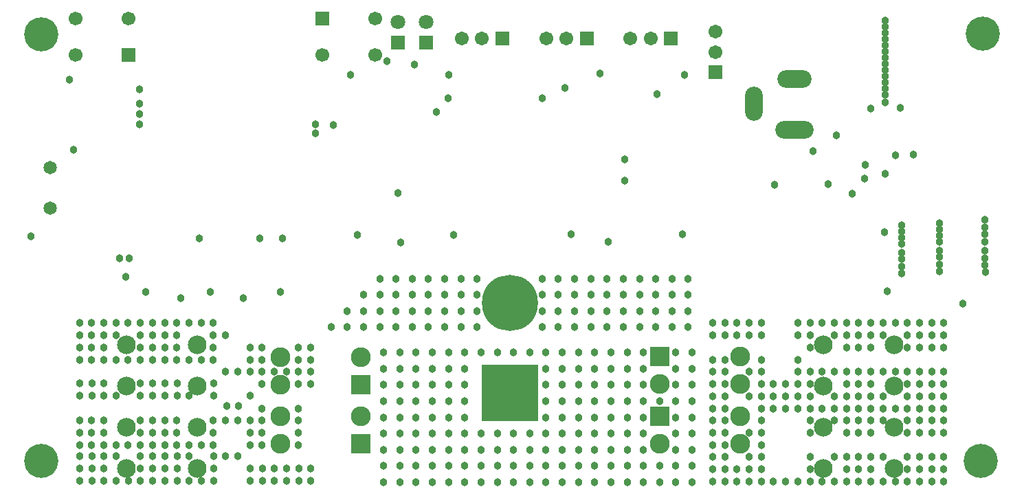
<source format=gbs>
G04*
G04 #@! TF.GenerationSoftware,Altium Limited,Altium Designer,25.8.1 (18)*
G04*
G04 Layer_Color=16711935*
%FSLAX25Y25*%
%MOIN*%
G70*
G04*
G04 #@! TF.SameCoordinates,5F6CD9CC-33C6-4A7B-A0D4-F81A13939800*
G04*
G04*
G04 #@! TF.FilePolarity,Negative*
G04*
G01*
G75*
%ADD87R,0.27178X0.27178*%
%ADD88C,0.27178*%
%ADD89O,0.08674X0.16548*%
%ADD90O,0.16548X0.08674*%
%ADD91R,0.06737X0.06737*%
%ADD92C,0.09068*%
%ADD93R,0.06737X0.06737*%
%ADD94C,0.06698*%
%ADD95R,0.06698X0.06698*%
%ADD96C,0.09646*%
%ADD97R,0.09646X0.09646*%
%ADD98R,0.07119X0.07119*%
%ADD99O,0.18517X0.08674*%
%ADD100C,0.07119*%
%ADD101C,0.06737*%
%ADD102C,0.06509*%
%ADD103C,0.03800*%
%ADD104C,0.16548*%
D87*
X240000Y46000D02*
D03*
D88*
Y89500D02*
D03*
D89*
X358205Y186382D02*
D03*
D90*
X377890Y198193D02*
D03*
D91*
X339662Y201571D02*
D03*
D92*
X53953Y9382D02*
D03*
Y49382D02*
D03*
X88205D02*
D03*
Y9382D02*
D03*
X391953Y69382D02*
D03*
X426205D02*
D03*
Y29382D02*
D03*
X391953D02*
D03*
X426205Y49382D02*
D03*
X391953D02*
D03*
X426205Y9382D02*
D03*
X391953D02*
D03*
X88205Y29382D02*
D03*
X53953D02*
D03*
X88205Y69382D02*
D03*
X53953D02*
D03*
D93*
X318048Y217815D02*
D03*
X236205Y217882D02*
D03*
X277205D02*
D03*
D94*
X174500Y227741D02*
D03*
X55000D02*
D03*
X29410D02*
D03*
Y210024D02*
D03*
X174500D02*
D03*
X148910D02*
D03*
D95*
Y227741D02*
D03*
X55000Y210024D02*
D03*
D96*
X312678Y21190D02*
D03*
X167705Y63268D02*
D03*
X312678Y50190D02*
D03*
X167733Y34575D02*
D03*
X351733Y63575D02*
D03*
Y50190D02*
D03*
X128650Y49882D02*
D03*
Y63268D02*
D03*
X128677Y34575D02*
D03*
Y21190D02*
D03*
X351733D02*
D03*
Y34575D02*
D03*
D97*
X312678D02*
D03*
X167705Y49882D02*
D03*
X312678Y63575D02*
D03*
X167733Y21190D02*
D03*
D98*
X185705Y215882D02*
D03*
X199205D02*
D03*
D99*
X377890Y173784D02*
D03*
D100*
X199205Y225882D02*
D03*
X185705D02*
D03*
D101*
X257520Y217882D02*
D03*
X267363D02*
D03*
X339662Y221256D02*
D03*
Y211414D02*
D03*
X216520Y217882D02*
D03*
X226363D02*
D03*
X308205Y217815D02*
D03*
X298363D02*
D03*
D102*
X17020Y135540D02*
D03*
Y155225D02*
D03*
D103*
X328268Y65626D02*
D03*
Y57752D02*
D03*
Y49878D02*
D03*
Y42004D02*
D03*
Y34130D02*
D03*
Y26256D02*
D03*
Y18382D02*
D03*
Y10508D02*
D03*
Y2634D02*
D03*
X320394Y65626D02*
D03*
Y57752D02*
D03*
Y49878D02*
D03*
Y42004D02*
D03*
Y34130D02*
D03*
Y26256D02*
D03*
Y18382D02*
D03*
Y10508D02*
D03*
Y2634D02*
D03*
X312520Y42004D02*
D03*
Y10508D02*
D03*
Y2634D02*
D03*
X304646Y65626D02*
D03*
Y57752D02*
D03*
Y49878D02*
D03*
Y42004D02*
D03*
Y34130D02*
D03*
Y26256D02*
D03*
Y18382D02*
D03*
Y10508D02*
D03*
Y2634D02*
D03*
X296772Y65626D02*
D03*
Y57752D02*
D03*
Y49878D02*
D03*
Y42004D02*
D03*
Y34130D02*
D03*
Y26256D02*
D03*
Y18382D02*
D03*
Y10508D02*
D03*
Y2634D02*
D03*
X288897Y65626D02*
D03*
Y57752D02*
D03*
Y49878D02*
D03*
Y42004D02*
D03*
Y34130D02*
D03*
Y26256D02*
D03*
Y18382D02*
D03*
Y10508D02*
D03*
Y2634D02*
D03*
X281024Y65626D02*
D03*
Y57752D02*
D03*
Y49878D02*
D03*
Y42004D02*
D03*
Y34130D02*
D03*
Y26256D02*
D03*
Y18382D02*
D03*
Y10508D02*
D03*
Y2634D02*
D03*
X273149Y65626D02*
D03*
Y57752D02*
D03*
Y49878D02*
D03*
Y42004D02*
D03*
Y34130D02*
D03*
Y26256D02*
D03*
Y18382D02*
D03*
Y10508D02*
D03*
Y2634D02*
D03*
X265276Y65626D02*
D03*
Y57752D02*
D03*
Y49878D02*
D03*
Y42004D02*
D03*
Y34130D02*
D03*
Y26256D02*
D03*
Y18382D02*
D03*
Y10508D02*
D03*
Y2634D02*
D03*
X257401Y65626D02*
D03*
Y57752D02*
D03*
Y49878D02*
D03*
Y42004D02*
D03*
Y34130D02*
D03*
Y26256D02*
D03*
Y18382D02*
D03*
Y10508D02*
D03*
Y2634D02*
D03*
X249527Y65626D02*
D03*
Y26256D02*
D03*
Y18382D02*
D03*
Y10508D02*
D03*
Y2634D02*
D03*
X241653Y65626D02*
D03*
Y26256D02*
D03*
Y18382D02*
D03*
Y10508D02*
D03*
Y2634D02*
D03*
X233779Y65626D02*
D03*
Y26256D02*
D03*
Y18382D02*
D03*
Y10508D02*
D03*
Y2634D02*
D03*
X225905Y65626D02*
D03*
Y26256D02*
D03*
Y18382D02*
D03*
Y10508D02*
D03*
Y2634D02*
D03*
X218031Y65626D02*
D03*
Y57752D02*
D03*
Y49878D02*
D03*
Y42004D02*
D03*
Y34130D02*
D03*
Y26256D02*
D03*
Y18382D02*
D03*
Y10508D02*
D03*
Y2634D02*
D03*
X210157Y65626D02*
D03*
Y57752D02*
D03*
Y49878D02*
D03*
Y42004D02*
D03*
Y34130D02*
D03*
Y26256D02*
D03*
Y18382D02*
D03*
Y10508D02*
D03*
Y2634D02*
D03*
X202283Y65626D02*
D03*
Y57752D02*
D03*
Y49878D02*
D03*
Y42004D02*
D03*
Y34130D02*
D03*
Y26256D02*
D03*
Y18382D02*
D03*
Y10508D02*
D03*
Y2634D02*
D03*
X194409Y65626D02*
D03*
Y57752D02*
D03*
Y49878D02*
D03*
Y42004D02*
D03*
Y34130D02*
D03*
Y26256D02*
D03*
Y18382D02*
D03*
Y10508D02*
D03*
Y2634D02*
D03*
X186535Y65626D02*
D03*
Y57752D02*
D03*
Y49878D02*
D03*
Y42004D02*
D03*
Y34130D02*
D03*
Y26256D02*
D03*
Y18382D02*
D03*
Y10508D02*
D03*
Y2634D02*
D03*
X178661Y65626D02*
D03*
Y57752D02*
D03*
Y49878D02*
D03*
Y42004D02*
D03*
Y34130D02*
D03*
Y26256D02*
D03*
Y18382D02*
D03*
Y10508D02*
D03*
Y2634D02*
D03*
X326402Y101461D02*
D03*
Y93587D02*
D03*
Y85713D02*
D03*
Y77839D02*
D03*
X318528Y101461D02*
D03*
Y93587D02*
D03*
Y85713D02*
D03*
Y77839D02*
D03*
X310654Y101461D02*
D03*
Y93587D02*
D03*
Y85713D02*
D03*
Y77839D02*
D03*
X302780Y101461D02*
D03*
Y93587D02*
D03*
Y85713D02*
D03*
Y77839D02*
D03*
X294906Y101461D02*
D03*
Y93587D02*
D03*
Y85713D02*
D03*
Y77839D02*
D03*
X287032Y101461D02*
D03*
Y93587D02*
D03*
Y85713D02*
D03*
Y77839D02*
D03*
X279158Y101461D02*
D03*
Y93587D02*
D03*
Y85713D02*
D03*
Y77839D02*
D03*
X271284Y101461D02*
D03*
Y93587D02*
D03*
Y85713D02*
D03*
Y77839D02*
D03*
X263410Y101461D02*
D03*
Y93587D02*
D03*
Y85713D02*
D03*
Y77839D02*
D03*
X255536Y101461D02*
D03*
Y93587D02*
D03*
Y85713D02*
D03*
Y77839D02*
D03*
X224040Y101461D02*
D03*
Y93587D02*
D03*
Y85713D02*
D03*
Y77839D02*
D03*
X216166Y101461D02*
D03*
Y93587D02*
D03*
Y85713D02*
D03*
Y77839D02*
D03*
X208292Y101461D02*
D03*
Y93587D02*
D03*
Y85713D02*
D03*
Y77839D02*
D03*
X200418Y101461D02*
D03*
Y93587D02*
D03*
Y85713D02*
D03*
Y77839D02*
D03*
X192544Y101461D02*
D03*
Y93587D02*
D03*
Y85713D02*
D03*
Y77839D02*
D03*
X184670Y101461D02*
D03*
Y93587D02*
D03*
Y85713D02*
D03*
Y77839D02*
D03*
X176796Y101461D02*
D03*
Y93587D02*
D03*
Y85713D02*
D03*
Y77839D02*
D03*
X168922Y93587D02*
D03*
Y85713D02*
D03*
Y77839D02*
D03*
X161048Y85713D02*
D03*
Y77839D02*
D03*
X153174D02*
D03*
X459705Y89382D02*
D03*
X405806Y142669D02*
D03*
X412135Y156641D02*
D03*
X415000Y184000D02*
D03*
X421922Y186855D02*
D03*
X470422Y126355D02*
D03*
Y122855D02*
D03*
Y129855D02*
D03*
Y119355D02*
D03*
Y111355D02*
D03*
Y114855D02*
D03*
X470500Y104500D02*
D03*
X470422Y107855D02*
D03*
X31198Y3407D02*
D03*
Y9313D02*
D03*
Y15218D02*
D03*
Y44745D02*
D03*
Y50651D02*
D03*
X37104Y3407D02*
D03*
Y9313D02*
D03*
Y15218D02*
D03*
Y44745D02*
D03*
Y50651D02*
D03*
X43009Y3407D02*
D03*
Y9313D02*
D03*
Y15218D02*
D03*
Y44745D02*
D03*
Y50651D02*
D03*
X48915Y3407D02*
D03*
Y15218D02*
D03*
Y44745D02*
D03*
X54821Y3407D02*
D03*
X60726D02*
D03*
Y9313D02*
D03*
Y15218D02*
D03*
Y44745D02*
D03*
Y50651D02*
D03*
X66632Y3407D02*
D03*
Y9313D02*
D03*
Y15218D02*
D03*
Y44745D02*
D03*
Y50651D02*
D03*
X72537Y3407D02*
D03*
Y9313D02*
D03*
Y15218D02*
D03*
Y44745D02*
D03*
Y50651D02*
D03*
X78443Y3407D02*
D03*
Y9313D02*
D03*
Y15218D02*
D03*
Y44745D02*
D03*
Y50651D02*
D03*
X84348Y3407D02*
D03*
Y15218D02*
D03*
Y44745D02*
D03*
X90254Y3407D02*
D03*
X96159D02*
D03*
Y9313D02*
D03*
Y15218D02*
D03*
Y44745D02*
D03*
Y50651D02*
D03*
X113876Y3407D02*
D03*
Y9313D02*
D03*
Y44745D02*
D03*
X119781Y3407D02*
D03*
Y9313D02*
D03*
X125687Y3407D02*
D03*
Y9313D02*
D03*
X131592Y3407D02*
D03*
Y9313D02*
D03*
X137498Y3407D02*
D03*
Y9313D02*
D03*
X143403Y3407D02*
D03*
Y9313D02*
D03*
X102065Y15218D02*
D03*
X107970D02*
D03*
X102500Y39500D02*
D03*
X108405D02*
D03*
X338213Y73902D02*
D03*
Y79808D02*
D03*
X344118Y73902D02*
D03*
Y79808D02*
D03*
X350024Y73902D02*
D03*
Y79808D02*
D03*
X355929Y73902D02*
D03*
Y79808D02*
D03*
X361835Y73902D02*
D03*
Y79808D02*
D03*
X367740Y38469D02*
D03*
X373646D02*
D03*
X379551D02*
D03*
Y73902D02*
D03*
Y79808D02*
D03*
X385457Y26658D02*
D03*
Y32563D02*
D03*
Y38469D02*
D03*
Y67997D02*
D03*
Y73902D02*
D03*
Y79808D02*
D03*
X391362Y38469D02*
D03*
Y79808D02*
D03*
X397268Y32563D02*
D03*
Y38469D02*
D03*
Y73902D02*
D03*
Y79808D02*
D03*
X403173Y26658D02*
D03*
Y32563D02*
D03*
Y38469D02*
D03*
Y67997D02*
D03*
Y73902D02*
D03*
Y79808D02*
D03*
X409079Y26658D02*
D03*
Y32563D02*
D03*
Y38469D02*
D03*
Y67997D02*
D03*
Y73902D02*
D03*
Y79808D02*
D03*
X414985Y26658D02*
D03*
Y32563D02*
D03*
Y38469D02*
D03*
Y67997D02*
D03*
Y73902D02*
D03*
Y79808D02*
D03*
X420890Y32563D02*
D03*
Y38469D02*
D03*
Y73902D02*
D03*
Y79808D02*
D03*
X426795Y38469D02*
D03*
Y79808D02*
D03*
X432701Y26658D02*
D03*
Y32563D02*
D03*
Y38469D02*
D03*
Y67997D02*
D03*
Y73902D02*
D03*
Y79808D02*
D03*
X438607Y26658D02*
D03*
Y32563D02*
D03*
Y38469D02*
D03*
Y67997D02*
D03*
Y73902D02*
D03*
Y79808D02*
D03*
X444512Y26658D02*
D03*
Y32563D02*
D03*
Y38469D02*
D03*
Y67997D02*
D03*
Y73902D02*
D03*
Y79808D02*
D03*
X450418Y26658D02*
D03*
Y32563D02*
D03*
Y38469D02*
D03*
Y67997D02*
D03*
Y73902D02*
D03*
Y79808D02*
D03*
X422000Y205500D02*
D03*
Y196500D02*
D03*
Y217500D02*
D03*
Y193500D02*
D03*
Y223500D02*
D03*
Y220500D02*
D03*
Y199500D02*
D03*
Y208500D02*
D03*
Y211500D02*
D03*
Y214500D02*
D03*
Y202500D02*
D03*
Y190500D02*
D03*
X412000Y150000D02*
D03*
X421922Y152355D02*
D03*
X422000Y226500D02*
D03*
X448422Y104855D02*
D03*
Y111855D02*
D03*
Y108355D02*
D03*
X429922Y124355D02*
D03*
Y127355D02*
D03*
Y121355D02*
D03*
Y118355D02*
D03*
X448422Y128355D02*
D03*
Y119355D02*
D03*
Y122355D02*
D03*
Y125355D02*
D03*
Y114855D02*
D03*
X429922Y110855D02*
D03*
Y103855D02*
D03*
Y107355D02*
D03*
Y113855D02*
D03*
X435500Y161500D02*
D03*
X398422Y170855D02*
D03*
X450418Y56185D02*
D03*
Y50280D02*
D03*
Y44374D02*
D03*
X444512Y56185D02*
D03*
Y50280D02*
D03*
Y44374D02*
D03*
X438607Y56185D02*
D03*
Y50280D02*
D03*
Y44374D02*
D03*
X432701Y56185D02*
D03*
Y50280D02*
D03*
Y44374D02*
D03*
X426795Y56185D02*
D03*
X420890D02*
D03*
Y44374D02*
D03*
X414985Y56185D02*
D03*
Y50280D02*
D03*
Y44374D02*
D03*
X409079Y56185D02*
D03*
Y50280D02*
D03*
Y44374D02*
D03*
X403173Y56185D02*
D03*
Y50280D02*
D03*
Y44374D02*
D03*
X397268Y56185D02*
D03*
Y44374D02*
D03*
X391362Y56185D02*
D03*
X385457D02*
D03*
Y50280D02*
D03*
Y44374D02*
D03*
X379551Y62091D02*
D03*
Y56185D02*
D03*
Y50280D02*
D03*
Y44374D02*
D03*
X373646Y50280D02*
D03*
Y44374D02*
D03*
X367740Y50280D02*
D03*
Y44374D02*
D03*
X361835Y62091D02*
D03*
Y56185D02*
D03*
Y50280D02*
D03*
Y44374D02*
D03*
X355929Y56185D02*
D03*
Y44374D02*
D03*
X344118Y62091D02*
D03*
Y56185D02*
D03*
Y50280D02*
D03*
Y44374D02*
D03*
X338213Y62091D02*
D03*
Y56185D02*
D03*
Y50280D02*
D03*
Y44374D02*
D03*
X450418Y14847D02*
D03*
Y8941D02*
D03*
Y3036D02*
D03*
X444512Y14847D02*
D03*
Y8941D02*
D03*
Y3036D02*
D03*
X438607Y14847D02*
D03*
Y8941D02*
D03*
Y3036D02*
D03*
X432701Y14847D02*
D03*
Y8941D02*
D03*
Y3036D02*
D03*
X426795D02*
D03*
X420890Y14847D02*
D03*
Y3036D02*
D03*
X414985Y14847D02*
D03*
Y8941D02*
D03*
Y3036D02*
D03*
X409079Y14847D02*
D03*
Y8941D02*
D03*
Y3036D02*
D03*
X403173Y14847D02*
D03*
Y8941D02*
D03*
Y3036D02*
D03*
X397268Y14847D02*
D03*
Y3036D02*
D03*
X391362D02*
D03*
X385457Y14847D02*
D03*
Y8941D02*
D03*
Y3036D02*
D03*
X379551D02*
D03*
X373646D02*
D03*
X367740D02*
D03*
X361835Y38469D02*
D03*
Y32563D02*
D03*
Y26658D02*
D03*
Y20752D02*
D03*
Y14847D02*
D03*
Y8941D02*
D03*
Y3036D02*
D03*
X355929Y26658D02*
D03*
Y14847D02*
D03*
Y8941D02*
D03*
Y3036D02*
D03*
X350024Y8941D02*
D03*
Y3036D02*
D03*
X344118Y38469D02*
D03*
Y32563D02*
D03*
Y26658D02*
D03*
Y20752D02*
D03*
Y14847D02*
D03*
Y8941D02*
D03*
Y3036D02*
D03*
X338213Y38469D02*
D03*
Y32563D02*
D03*
Y26658D02*
D03*
Y20752D02*
D03*
Y14847D02*
D03*
Y8941D02*
D03*
Y3036D02*
D03*
X143331Y67997D02*
D03*
Y62091D02*
D03*
Y56185D02*
D03*
Y50280D02*
D03*
X137425Y67997D02*
D03*
Y62091D02*
D03*
Y56185D02*
D03*
Y50280D02*
D03*
X131520Y56185D02*
D03*
X125615D02*
D03*
X119709Y67997D02*
D03*
Y62091D02*
D03*
Y56185D02*
D03*
Y50280D02*
D03*
X113804Y67997D02*
D03*
Y62091D02*
D03*
Y56185D02*
D03*
X107898D02*
D03*
X101992Y73902D02*
D03*
Y56185D02*
D03*
X96087Y79808D02*
D03*
Y73902D02*
D03*
Y67997D02*
D03*
Y62091D02*
D03*
X90181Y79808D02*
D03*
Y62091D02*
D03*
X84276Y79808D02*
D03*
Y62091D02*
D03*
X78370Y79808D02*
D03*
Y73902D02*
D03*
Y67997D02*
D03*
Y62091D02*
D03*
X72465Y79808D02*
D03*
Y73902D02*
D03*
Y67997D02*
D03*
Y62091D02*
D03*
X66559Y79808D02*
D03*
Y73902D02*
D03*
Y67997D02*
D03*
Y62091D02*
D03*
X60654Y79808D02*
D03*
Y73902D02*
D03*
Y67997D02*
D03*
Y62091D02*
D03*
X54748Y79808D02*
D03*
Y62091D02*
D03*
X48843Y79808D02*
D03*
Y73902D02*
D03*
Y62091D02*
D03*
X42937Y79808D02*
D03*
Y73902D02*
D03*
Y67997D02*
D03*
Y62091D02*
D03*
X37032Y79808D02*
D03*
Y73902D02*
D03*
Y67997D02*
D03*
Y62091D02*
D03*
X31126Y79808D02*
D03*
Y73902D02*
D03*
Y67997D02*
D03*
Y62091D02*
D03*
X137425Y38469D02*
D03*
Y32563D02*
D03*
Y26658D02*
D03*
Y20752D02*
D03*
X119709Y38469D02*
D03*
Y32563D02*
D03*
Y26658D02*
D03*
Y20752D02*
D03*
X113804Y32563D02*
D03*
Y26658D02*
D03*
Y20752D02*
D03*
X107898Y32563D02*
D03*
X101992D02*
D03*
X96087D02*
D03*
Y26658D02*
D03*
Y20752D02*
D03*
X90181D02*
D03*
X84276D02*
D03*
X78370Y32563D02*
D03*
Y26658D02*
D03*
Y20752D02*
D03*
X72465Y32563D02*
D03*
Y26658D02*
D03*
Y20752D02*
D03*
X66559Y32563D02*
D03*
Y26658D02*
D03*
Y20752D02*
D03*
X60654Y32563D02*
D03*
Y26658D02*
D03*
Y20752D02*
D03*
X54748D02*
D03*
X48843D02*
D03*
X42937Y32563D02*
D03*
Y26658D02*
D03*
Y20752D02*
D03*
X37032Y32563D02*
D03*
Y26658D02*
D03*
Y20752D02*
D03*
X31126Y32563D02*
D03*
Y26658D02*
D03*
Y20752D02*
D03*
X145705Y176382D02*
D03*
Y171882D02*
D03*
X180205Y206882D02*
D03*
X193705Y205382D02*
D03*
X210205Y200382D02*
D03*
X209796Y189018D02*
D03*
X324705Y200382D02*
D03*
X429422Y184355D02*
D03*
X394422Y147355D02*
D03*
X368205Y146882D02*
D03*
X386922Y163355D02*
D03*
X422922Y95355D02*
D03*
X421693Y123855D02*
D03*
X426922Y161355D02*
D03*
X283705Y200882D02*
D03*
X162705Y200382D02*
D03*
X60205Y181382D02*
D03*
X50705Y111382D02*
D03*
X60205Y193382D02*
D03*
X26205Y197882D02*
D03*
X7705Y121882D02*
D03*
X89174Y120964D02*
D03*
X118674D02*
D03*
X53705Y102382D02*
D03*
X63205Y94822D02*
D03*
X60205Y186382D02*
D03*
X186955Y119132D02*
D03*
X287705Y119382D02*
D03*
X94705Y94882D02*
D03*
X128705D02*
D03*
X60205Y176382D02*
D03*
X55205Y111382D02*
D03*
X80205Y92063D02*
D03*
X110705Y91882D02*
D03*
X165955Y122632D02*
D03*
X212455D02*
D03*
X28205Y163882D02*
D03*
X269705Y122882D02*
D03*
X323705D02*
D03*
X129674Y120964D02*
D03*
X204205Y182382D02*
D03*
X185455Y143132D02*
D03*
X311205Y190882D02*
D03*
X266705Y193882D02*
D03*
X295705Y148882D02*
D03*
Y159382D02*
D03*
X255705Y188882D02*
D03*
X154205Y175882D02*
D03*
D104*
X12705Y219882D02*
D03*
X469205Y220382D02*
D03*
X468205Y12882D02*
D03*
X12705D02*
D03*
M02*

</source>
